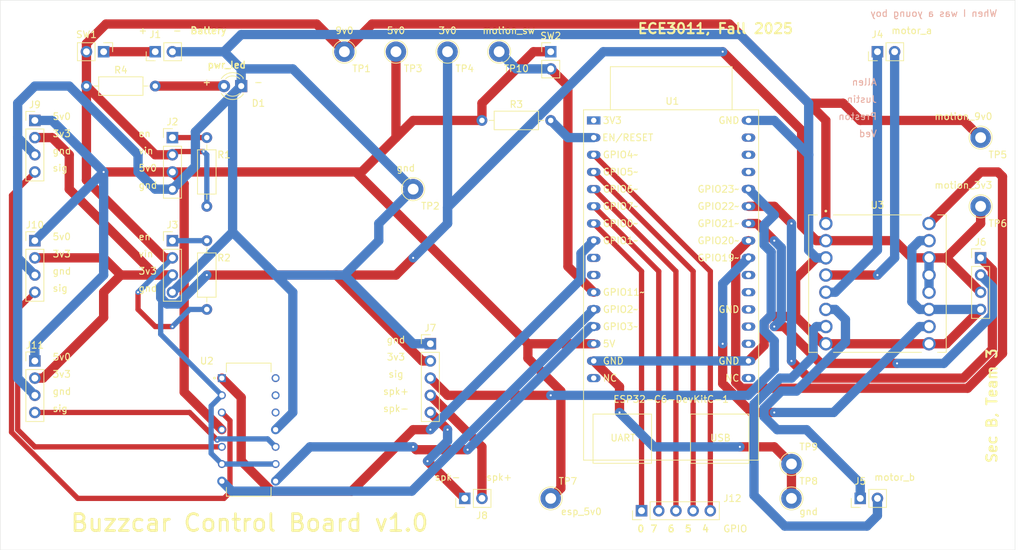
<source format=kicad_pcb>
(kicad_pcb (version 20240108) (generator "pcbnew") (generator_version "8.0")
  (layers (0 "F.Cu" signal) (31 "B.Cu" signal) (34 "B.Paste" user) (35 "F.Paste" user) (36 "B.SilkS" user "B.Silkscreen") (37 "F.SilkS" user "F.Silkscreen") (38 "B.Mask" user) (39 "F.Mask" user) (44 "Edge.Cuts" user))
  (net 0 "")
  (net 1 "GND")
  (net 2 "Net-(J1-Pin_1)")
  (net 3 "+9V")
  (net 4 "+5V")
  (net 5 "Net-(J2-Pin_1)")
  (net 6 "Net-(J3-Pin_1)")
  (net 7 "+3.3V")
  (net 8 "Net-(J4-Pin_1)")
  (net 9 "Net-(J4-Pin_2)")
  (net 10 "Net-(J5-Pin_2)")
  (net 11 "Net-(J5-Pin_1)")
  (net 12 "/i2c_scn_sda")
  (net 13 "/i2c_scn_scl")
  (net 14 "/spk_sig")
  (net 15 "/vo+")
  (net 16 "/vo-")
  (net 17 "Net-(U1-EN{slash}RESET)")
  (net 18 "Net-(U1-GPIO11)")
  (net 19 "Net-(J12-Pin_1)")
  (net 23 "Net-(J12-Pin_5)")
  (net 24 "Net-(J12-Pin_2)")
  (net 26 "/sens_b")
  (net 33 "/sens_a")
  (net 34 "Net-(J12-Pin_3)")
  (net 35 "/sens_c")
  (net 37 "Net-(J12-Pin_4)")
  (net 38 "/motor_a_pwm")
  (net 39 "/motor_b_pwm")
  (net 45 "Net-(D1-A)")
  (net 46 "/sig_c")
  (net 47 "/sig_b")
  (net 48 "/sig_a")
  (footprint "Connector_PinHeader_2.54mm:PinHeader_1x02_P2.54mm_Vertical" (layer "F.Cu") (at 88.9 88.9 90)
    (property "Reference" "J8")
    (property "Value" "8Ω Speaker")
  )
  (footprint "PCM_Espressif:ESP32-C6-DevKitC-1" (layer "F.Cu") (at 107.95 33.02)
    (property "Reference" "U1")
    (property "Value" "ESP32-C6-DevKitC-1")
  )
  (footprint "Connector_PinHeader_2.54mm:PinHeader_1x04_P2.54mm_Vertical" (layer "F.Cu") (at 25.4 33.02)
    (property "Reference" "J9")
    (property "Value" "Sensor_C")
  )
  (footprint "LED_THT:LED_D3.0mm" (layer "F.Cu") (at 55.88 27.94 180)
    (property "Reference" "D1")
    (property "Value" "LED_MAIN_PWR")
  )
  (footprint "Resistor_THT:R_Axial_DIN0207_L6.3mm_D2.5mm_P10.16mm_Horizontal" (layer "F.Cu") (at 33.02 27.94)
    (property "Reference" "R4")
    (property "Value" "560")
  )
  (footprint "MountingHole:MountingHole_3mm" (layer "F.Cu") (at 165.1 88.9)
    (property "Reference" "H3" (hide yes))
    (property "Value" "MountingHole")
  )
  (footprint "Connector_PinHeader_2.54mm:PinHeader_1x02_P2.54mm_Vertical" (layer "F.Cu") (at 101.6 22.86)
    (property "Reference" "SW2")
    (property "Value" "Motion_Sw")
  )
  (footprint "TestPoint:TestPoint_Loop_D2.60mm_Drill1.6mm_Beaded" (layer "F.Cu") (at 165.1 35.56)
    (property "Reference" "TP5")
    (property "Value" "motion_9v0")
  )
  (footprint "MountingHole:MountingHole_3mm" (layer "F.Cu") (at 165.1 22.86)
    (property "Reference" "H2" (hide yes))
    (property "Value" "MountingHole")
  )
  (footprint "LM324N:DIP794W45P254L1969H508Q14" (layer "F.Cu") (at 56.99 78.74)
    (property "Reference" "U2")
    (property "Value" "LM324N")
  )
  (footprint "Resistor_THT:R_Axial_DIN0207_L6.3mm_D2.5mm_P10.16mm_Horizontal" (layer "F.Cu") (at 50.8 60.96 90)
    (property "Reference" "R2")
    (property "Value" "55k")
  )
  (footprint "ROB-14450:MODULE_ROB-14450" (layer "F.Cu") (at 149.86 57.15)
    (property "Reference" "U3")
    (property "Value" "ROB-14450")
  )
  (footprint "MountingHole:MountingHole_3mm" (layer "F.Cu") (at 25.4 88.9)
    (property "Reference" "H4" (hide yes))
    (property "Value" "MountingHole")
  )
  (footprint "TestPoint:TestPoint_Loop_D2.60mm_Drill1.6mm_Beaded" (layer "F.Cu") (at 93.98 22.86)
    (property "Reference" "TP10")
    (property "Value" "motion_sw")
  )
  (footprint "Connector_PinHeader_2.54mm:PinHeader_1x04_P2.54mm_Vertical" (layer "F.Cu") (at 25.4 68.58)
    (property "Reference" "J11")
    (property "Value" "Sensor_A")
  )
  (footprint "TestPoint:TestPoint_Loop_D2.60mm_Drill1.6mm_Beaded" (layer "F.Cu") (at 165.1 45.72)
    (property "Reference" "TP6")
    (property "Value" "motion_3v3")
  )
  (footprint "TestPoint:TestPoint_Loop_D2.60mm_Drill1.6mm_Beaded" (layer "F.Cu") (at 78.74 22.86)
    (property "Reference" "TP3")
    (property "Value" "5v0")
  )
  (footprint "Connector_PinHeader_2.54mm:PinHeader_1x04_P2.54mm_Vertical" (layer "F.Cu") (at 45.72 50.8)
    (property "Reference" "J3")
    (property "Value" "3.3V Buck")
  )
  (footprint "Resistor_THT:R_Axial_DIN0207_L6.3mm_D2.5mm_P10.16mm_Horizontal" (layer "F.Cu") (at 91.44 33.02)
    (property "Reference" "R3")
    (property "Value" "1k")
  )
  (footprint "Connector_PinHeader_2.54mm:PinHeader_1x02_P2.54mm_Vertical" (layer "F.Cu") (at 35.56 22.86 -90)
    (property "Reference" "SW1")
    (property "Value" "Main Power")
  )
  (footprint "TestPoint:TestPoint_Loop_D2.60mm_Drill1.6mm_Beaded" (layer "F.Cu") (at 137.16 88.9)
    (property "Reference" "TP8")
    (property "Value" "control_gnd")
  )
  (footprint "Resistor_THT:R_Axial_DIN0207_L6.3mm_D2.5mm_P10.16mm_Horizontal" (layer "F.Cu") (at 50.8 45.72 90)
    (property "Reference" "R1")
    (property "Value" "55k")
  )
  (footprint "Connector_PinHeader_2.54mm:PinHeader_1x04_P2.54mm_Vertical" (layer "F.Cu") (at 165.1 53.34)
    (property "Reference" "J6")
    (property "Value" "Video GME12864")
  )
  (footprint "TestPoint:TestPoint_Loop_D2.60mm_Drill1.6mm_Beaded" (layer "F.Cu") (at 81.28 43.18)
    (property "Reference" "TP2")
    (property "Value" "GND_Test")
  )
  (footprint "TestPoint:TestPoint_Loop_D2.60mm_Drill1.6mm_Beaded" (layer "F.Cu") (at 101.6 88.9)
    (property "Reference" "TP7")
    (property "Value" "control_5v0")
  )
  (footprint "Connector_PinHeader_2.54mm:PinHeader_1x05_P2.54mm_Vertical" (layer "F.Cu") (at 83.82 66.04)
    (property "Reference" "J7")
    (property "Value" "Audio Amp PAM8904")
  )
  (footprint "TestPoint:TestPoint_Loop_D2.60mm_Drill1.6mm_Beaded" (layer "F.Cu") (at 137.16 83.82)
    (property "Reference" "TP9")
    (property "Value" "control_gnd2")
  )
  (footprint "Connector_PinHeader_2.54mm:PinHeader_1x02_P2.54mm_Vertical" (layer "F.Cu") (at 43.18 22.86 90)
    (property "Reference" "J1")
    (property "Value" "9V Battery Cap")
  )
  (footprint "Connector_PinHeader_2.54mm:PinHeader_1x02_P2.54mm_Vertical" (layer "F.Cu") (at 149.86 22.86 90)
    (property "Reference" "J4")
    (property "Value" "Motor_A")
  )
  (footprint "MountingHole:MountingHole_3mm" (layer "F.Cu") (at 25.4 22.86)
    (property "Reference" "H1" (hide yes))
    (property "Value" "MountingHole")
  )
  (footprint "Connector_PinHeader_2.54mm:PinHeader_1x05_P2.54mm_Vertical" (layer "F.Cu") (at 115.015 90.725 90)
    (property "Reference" "J12")
    (property "Value" "Safety")
  )
  (footprint "TestPoint:TestPoint_Loop_D2.60mm_Drill1.6mm_Beaded" (layer "F.Cu") (at 71.12 22.86)
    (property "Reference" "TP1")
    (property "Value" "Power_Test")
  )
  (footprint "Connector_PinHeader_2.54mm:PinHeader_1x02_P2.54mm_Vertical" (layer "F.Cu") (at 147.32 88.9 90)
    (property "Reference" "J5")
    (property "Value" "Motor_B")
  )
  (footprint "Connector_PinHeader_2.54mm:PinHeader_1x04_P2.54mm_Vertical" (layer "F.Cu") (at 25.4 50.8)
    (property "Reference" "J10")
    (property "Value" "Sensor_B")
  )
  (footprint "Connector_PinHeader_2.54mm:PinHeader_1x04_P2.54mm_Vertical" (layer "F.Cu") (at 45.72 35.56)
    (property "Reference" "J2")
    (property "Value" "5V Buck")
  )
  (footprint "TestPoint:TestPoint_Loop_D2.60mm_Drill1.6mm_Beaded" (layer "F.Cu") (at 86.36 22.86)
    (property "Reference" "TP4")
    (property "Value" "3v3")
  )
  (gr_rect (start 20.32 15.24) (end 170.18 96.52) (stroke (width 0.05)) (fill none) (layer "Edge.Cuts"))
  (gr_text "When I was a young boy" (at 167.64 17.78 0) (layer "B.SilkS") (effects (font (size 1 1)) (justify left bottom mirror)))
  (gr_text "Preston" (at 149.86 33.02 0) (layer "B.SilkS") (effects (font (size 1 1)) (justify left bottom mirror)))
  (gr_text "Allen" (at 149.86 27.94 0) (layer "B.SilkS") (effects (font (size 1 1)) (justify left bottom mirror)))
  (gr_text "Ved" (at 149.86 35.56 0) (layer "B.SilkS") (effects (font (size 1 1)) (justify left bottom mirror)))
  (gr_text "Justin" (at 149.86 30.48 0) (layer "B.SilkS") (effects (font (size 1 1)) (justify left bottom mirror)))
  (gr_text "-" (at 45.72 20.32 0) (layer "F.SilkS") (effects (font (size 1 1)) (justify left bottom)))
  (gr_text "5v0" (at 27.94 50.8 0) (layer "F.SilkS") (effects (font (size 1 1)) (justify left bottom)))
  (gr_text "sig\n" (at 27.94 58.42 0) (layer "F.SilkS") (effects (font (size 1 1) (thickness 0.15) (bold yes)) (justify left bottom)))
  (gr_text "Sec B, Team 3" (at 167.64 83.82 90) (layer "F.SilkS") (effects (font (size 1.5 1.5) (thickness 0.3) (bold yes)) (justify left bottom)))
  (gr_text "sig" (at 78.74 71.12 0) (layer "F.SilkS") (effects (font (size 1 1)) (justify bottom)))
  (gr_text "motion_9v0" (at 162.56 33.02 0) (layer "F.SilkS") (effects (font (size 1 1)) (justify bottom)))
  (gr_text "5" (at 121.92 93.98 0) (layer "F.SilkS") (effects (font (size 1 1) (thickness 0.2) (bold yes)) (justify bottom)))
  (gr_text "3v0" (at 86.36 20.32 0) (layer "F.SilkS") (effects (font (size 1 1)) (justify bottom)))
  (gr_text "3v3" (at 27.94 53.34 0) (layer "F.SilkS") (effects (font (size 1 1)) (justify left bottom)))
  (gr_text "5v0" (at 78.74 20.32 0) (layer "F.SilkS") (effects (font (size 1 1)) (justify bottom)))
  (gr_text "vin" (at 40.64 53.34 0) (layer "F.SilkS") (effects (font (size 1 1)) (justify left bottom)))
  (gr_text "gnd" (at 139.7 91.44 0) (layer "F.SilkS") (effects (font (size 1 1)) (justify bottom)))
  (gr_text "spk-\n" (at 86.36 86.36 0) (layer "F.SilkS") (effects (font (size 1 1)) (justify bottom)))
  (gr_text "motion_sw" (at 91.44 20.32 0) (layer "F.SilkS") (effects (font (size 1 1)) (justify left bottom)))
  (gr_text "0" (at 114.3 93.98 0) (layer "F.SilkS") (effects (font (size 1 1) (thickness 0.2) (bold yes)) (justify left bottom)))
  (gr_text "+" (at 50.8 27.94 0) (layer "F.SilkS") (effects (font (size 1 1)) (justify bottom)))
  (gr_text "esp_5v0" (at 109.22 91.44 0) (layer "F.SilkS") (effects (font (size 1 1)) (justify right bottom)))
  (gr_text "5v0" (at 27.94 68.58 0) (layer "F.SilkS") (effects (font (size 1 1)) (justify left bottom)))
  (gr_text "3v3" (at 78.74 68.58 0) (layer "F.SilkS") (effects (font (size 1 1)) (justify bottom)))
  (gr_text "+" (at 40.64 20.32 0) (layer "F.SilkS") (effects (font (size 1 1)) (justify left bottom)))
  (gr_text "Buzzcar Control Board v1.0" (at 30.48 93.98 0) (layer "F.SilkS") (effects (font (size 2.5 2.5) (thickness 0.4)) (justify left bottom)))
  (gr_text "spk+" (at 78.74 73.66 0) (layer "F.SilkS") (effects (font (size 1 1)) (justify bottom)))
  (gr_text "5v0" (at 40.64 40.64 0) (layer "F.SilkS") (effects (font (size 1 1)) (justify left bottom)))
  (gr_text "vin" (at 40.64 38.1 0) (layer "F.SilkS") (effects (font (size 1 1)) (justify left bottom)))
  (gr_text "3v3" (at 27.94 71.12 0) (layer "F.SilkS") (effects (font (size 1 1)) (justify left bottom)))
  (gr_text "7" (at 116.84 93.98 0) (layer "F.SilkS") (effects (font (size 1 1) (thickness 0.2) (bold yes)) (justify bottom)))
  (gr_text "4" (at 124.46 93.98 0) (layer "F.SilkS") (effects (font (size 1 1) (thickness 0.2) (bold yes)) (justify bottom)))
  (gr_text "spk+" (at 93.98 86.36 0) (layer "F.SilkS") (effects (font (size 1 1)) (justify bottom)))
  (gr_text "3v3" (at 40.64 55.88 0) (layer "F.SilkS") (effects (font (size 1 1)) (justify left bottom)))
  (gr_text "motion_3v3" (at 162.56 43.18 0) (layer "F.SilkS") (effects (font (size 1 1)) (justify bottom)))
  (gr_text "en" (at 40.64 50.8 0) (layer "F.SilkS") (effects (font (size 1 1)) (justify left bottom)))
  (gr_text "motor_b" (at 152.4 86.36 0) (layer "F.SilkS") (effects (font (size 1 1)) (justify bottom)))
  (gr_text "gnd" (at 78.74 66.04 0) (layer "F.SilkS") (effects (font (size 1 1)) (justify bottom)))
  (gr_text "gnd" (at 27.94 73.66 0) (layer "F.SilkS") (effects (font (size 1 1)) (justify left bottom)))
  (gr_text "3v3" (at 27.94 35.56 0) (layer "F.SilkS") (effects (font (size 1 1)) (justify left bottom)))
  (gr_text "pwr_led" (at 50.8 25.4 0) (layer "F.SilkS") (effects (font (size 1 1) (thickness 0.2) (bold yes)) (justify left bottom)))
  (gr_text "gnd" (at 27.94 55.88 0) (layer "F.SilkS") (effects (font (size 1 1)) (justify left bottom)))
  (gr_text "gnd" (at 40.64 43.18 0) (layer "F.SilkS") (effects (font (size 1 1) (thickness 0.15) (bold yes)) (justify left bottom)))
  (gr_text "sig\n" (at 27.94 40.64 0) (layer "F.SilkS") (effects (font (size 1 1) (thickness 0.15) (bold yes)) (justify left bottom)))
  (gr_text "gnd" (at 40.64 58.42 0) (layer "F.SilkS") (effects (font (size 1 1) (thickness 0.15) (bold yes)) (justify left bottom)))
  (gr_text "en" (at 40.64 35.56 0) (layer "F.SilkS") (effects (font (size 1 1)) (justify left bottom)))
  (gr_text "gnd" (at 27.94 38.1 0) (layer "F.SilkS") (effects (font (size 1 1)) (justify left bottom)))
  (gr_text "5v0" (at 27.94 33.02 0) (layer "F.SilkS") (effects (font (size 1 1)) (justify left bottom)))
  (gr_text "sig\n" (at 27.94 76.2 0) (layer "F.SilkS") (effects (font (size 1 1) (thickness 0.15) (bold yes)) (justify left bottom)))
  (gr_text "-" (at 58.42 27.94 0) (layer "F.SilkS") (effects (font (size 1 1)) (justify bottom)))
  (gr_text "GPIO" (at 127 93.98 0) (layer "F.SilkS") (effects (font (size 1 1)) (justify left bottom)))
  (gr_text "9v0" (at 71.12 20.32 0) (layer "F.SilkS") (effects (font (size 1 1)) (justify bottom)))
  (gr_text "spk-" (at 78.74 76.2 0) (layer "F.SilkS") (effects (font (size 1 1)) (justify bottom)))
  (gr_text "ECE3011, Fall 2025" (at 114.3 20.32 0) (layer "F.SilkS") (effects (font (size 1.5 1.5) (thickness 0.3) (bold yes)) (justify left bottom)))
  (gr_text "gnd" (at 78.74 40.64 0) (layer "F.SilkS") (effects (font (size 1 1)) (justify left bottom)))
  (gr_text "6" (at 119.38 93.98 0) (layer "F.SilkS") (effects (font (size 1 1) (thickness 0.2) (bold yes)) (justify bottom)))
  (gr_text "Battery" (at 48.26 20.32 0) (layer "F.SilkS") (effects (font (size 1 1) (thickness 0.2) (bold yes)) (justify left bottom)))
  (gr_text "motor_a" (at 154.94 20.32 0) (layer "F.SilkS") (effects (font (size 1 1)) (justify bottom)))
  (segment (start 160.02 66.04) (end 165.1 60.96) (width 1.37) (layer "F.Cu") (net 1))
  (segment (start 137.780078 62.003) (end 137.780078 56.399851) (width 1.37) (layer "F.Cu") (net 1))
  (segment (start 133.999922 62.003) (end 137.780078 62.003) (width 1.37) (layer "F.Cu") (net 1))
  (segment (start 137.780078 62.003) (end 141.817078 66.04) (width 1.37) (layer "F.Cu") (net 1))
  (segment (start 140.839929 53.34) (end 142.24 53.34) (width 1.37) (layer "F.Cu") (net 1))
  (segment (start 133.123 66.267) (end 133.123 62.879922) (width 1.37) (layer "F.Cu") (net 1))
  (segment (start 134.62 81.28) (end 137.16 83.82) (width 1.37) (layer "F.Cu") (net 1))
  (segment (start 137.780078 56.399851) (end 140.839929 53.34) (width 1.37) (layer "F.Cu") (net 1))
  (segment (start 130.81 68.58) (end 133.123 66.267) (width 1.37) (layer "F.Cu") (net 1))
  (segment (start 141.817078 66.04) (end 142.24 66.04) (width 1.37) (layer "F.Cu") (net 1))
  (segment (start 129.54 81.28) (end 134.62 81.28) (width 1.37) (layer "F.Cu") (net 1))
  (segment (start 157.48 66.04) (end 160.02 66.04) (width 1.37) (layer "F.Cu") (net 1))
  (segment (start 133.123 62.879922) (end 133.999922 62.003) (width 1.37) (layer "F.Cu") (net 1))
  (segment (start 111.76 76.2) (end 111.76 72.39) (width 1.37) (layer "F.Cu") (net 1))
  (segment (start 137.16 83.82) (end 137.16 88.9) (width 1.37) (layer "F.Cu") (net 1))
  (segment (start 142.24 66.04) (end 157.48 66.04) (width 1.37) (layer "F.Cu") (net 1))
  (segment (start 111.76 72.39) (end 107.95 68.58) (width 1.37) (layer "F.Cu") (net 1))
  (via (at 129.54 81.28) (size 0.6) (drill 0.3) (layers "F.Cu" "B.Cu") (net 1))
  (via (at 111.76 76.2) (size 0.6) (drill 0.3) (layers "F.Cu" "B.Cu") (net 1))
  (segment (start 60.96 78.74) (end 63.5 76.2) (width 1.37) (layer "B.Cu") (net 1))
  (segment (start 139.7 30.48) (end 129.54 20.32) (width 1.37) (layer "B.Cu") (net 1))
  (segment (start 30.48 27.94) (end 40.64 38.1) (width 1.37) (layer "B.Cu") (net 1))
  (segment (start 54.61 49.53) (end 45.72 58.42) (width 1.37) (layer "B.Cu") (net 1))
  (segment (start 22.86 35.56) (end 22.86 53.34) (width 1.37) (layer "B.Cu") (net 1))
  (segment (start 76.2 50.8) (end 76.2 48.26) (width 1.37) (layer "B.Cu") (net 1))
  (segment (start 157.48 50.8) (end 156.079929 50.8) (width 1.37) (layer "B.Cu") (net 1))
  (segment (start 71.12 55.88) (end 76.2 50.8) (width 1.37) (layer "B.Cu") (net 1))
  (segment (start 165.1 60.96) (end 157.48 60.96) (width 1.37) (layer "B.Cu") (net 1))
  (segment (start 139.7 38.1) (end 139.7 30.48) (width 1.37) (layer "B.Cu") (net 1))
  (segment (start 55.88 27.94) (end 54.61 29.21) (width 1.37) (layer "B.Cu") (net 1))
  (segment (start 40.64 40.64) (end 43.18 43.18) (width 1.37) (layer "B.Cu") (net 1))
  (segment (start 22.86 30.48) (end 22.86 35.56) (width 1.37) (layer "B.Cu") (net 1))
  (segment (start 45.72 22.86) (end 53.34 22.86) (width 1.37) (layer "B.Cu") (net 1))
  (segment (start 81.28 66.04) (end 71.12 55.88) (width 1.37) (layer "B.Cu") (net 1))
  (segment (start 81.28 43.18) (end 63.5 25.4) (width 1.37) (layer "B.Cu") (net 1))
  (segment (start 22.86 35.56) (end 25.4 38.1) (width 1.37) (layer "B.Cu") (net 1))
  (segment (start 139.7 52.200071) (end 139.7 38.1) (width 1.37) (layer "B.Cu") (net 1))
  (segment (start 22.86 53.34) (end 25.4 55.88) (width 1.37) (layer "B.Cu") (net 1))
  (segment (start 154.94 59.820071) (end 156.079929 60.96) (width 1.37) (layer "B.Cu") (net 1))
  (segment (start 129.54 81.28) (end 116.84 81.28) (width 1.37) (layer "B.Cu") (net 1))
  (segment (start 83.82 66.04) (end 81.28 66.04) (width 1.37) (layer "B.Cu") (net 1))
  (segment (start 140.839929 53.34) (end 139.7 52.200071) (width 1.37) (layer "B.Cu") (net 1))
  (segment (start 156.079929 50.8) (end 154.94 51.939929) (width 1.37) (layer "B.Cu") (net 1))
  (segment (start 60.96 55.88) (end 59.69 54.61) (width 1.37) (layer "B.Cu") (net 1))
  (segment (start 68.58 55.88) (end 71.12 55.88) (width 1.37) (layer "B.Cu") (net 1))
  (segment (start 63.5 76.2) (end 63.5 58.42) (width 1.37) (layer "B.Cu") (net 1))
  (segment (start 49.115 39.785) (end 45.72 43.18) (width 1.37) (layer "B.Cu") (net 1))
  (segment (start 107.95 68.58) (end 130.81 68.58) (width 1.37) (layer "B.Cu") (net 1))
  (segment (start 55.88 20.32) (end 53.34 22.86) (width 1.37) (layer "B.Cu") (net 1))
  (segment (start 49.115 34.705) (end 49.115 39.785) (width 1.37) (layer "B.Cu") (net 1))
  (segment (start 134.62 33.02) (end 139.7 38.1) (width 1.37) (layer "B.Cu") (net 1))
  (segment (start 30.48 27.94) (end 25.4 27.94) (width 1.37) (layer "B.Cu") (net 1))
  (segment (start 40.64 38.1) (end 40.64 40.64) (width 1.37) (layer "B.Cu") (net 1))
  (segment (start 59.69 54.61) (end 54.61 49.53) (width 1.37) (layer "B.Cu") (net 1))
  (segment (start 130.81 33.02) (end 134.62 33.02) (width 1.37) (layer "B.Cu") (net 1))
  (segment (start 54.61 29.21) (end 54.61 49.53) (width 1.37) (layer "B.Cu") (net 1))
  (segment (start 25.4 27.94) (end 22.86 30.48) (width 1.37) (layer "B.Cu") (net 1))
  (segment (start 156.079929 60.96) (end 157.48 60.96) (width 1.37) (layer "B.Cu") (net 1))
  (segment (start 129.54 20.32) (end 55.88 20.32) (width 1.37) (layer "B.Cu") (net 1))
  (segment (start 142.24 53.34) (end 140.839929 53.34) (width 1.37) (layer "B.Cu") (net 1))
  (segment (start 63.5 58.42) (end 59.69 54.61) (width 1.37) (layer "B.Cu") (net 1))
  (segment (start 76.2 48.26) (end 81.28 43.18) (width 1.37) (layer "B.Cu") (net 1))
  (segment (start 154.94 51.939929) (end 154.94 59.820071) (width 1.37) (layer "B.Cu") (net 1))
  (segment (start 22.86 71.12) (end 25.4 73.66) (width 1.37) (layer "B.Cu") (net 1))
  (segment (start 43.18 43.18) (end 45.72 43.18) (width 1.37) (layer "B.Cu") (net 1))
  (segment (start 55.88 27.94) (end 49.115 34.705) (width 1.37) (layer "B.Cu") (net 1))
  (segment (start 53.34 22.86) (end 55.88 25.4) (width 1.37) (layer "B.Cu") (net 1))
  (segment (start 63.5 25.4) (end 55.88 25.4) (width 1.37) (layer "B.Cu") (net 1))
  (segment (start 22.86 53.34) (end 22.86 71.12) (width 1.37) (layer "B.Cu") (net 1))
  (segment (start 68.58 55.88) (end 60.96 55.88) (width 1.37) (layer "B.Cu") (net 1))
  (segment (start 116.84 81.28) (end 111.76 76.2) (width 1.37) (layer "B.Cu") (net 1))
  (segment (start 55.88 25.4) (end 55.88 27.94) (width 1.37) (layer "B.Cu") (net 1))
  (segment (start 35.56 22.86) (end 43.18 22.86) (width 1.37) (layer "F.Cu") (net 2))
  (segment (start 40.64 60.96) (end 40.64 58.42) (width 0.78) (layer "F.Cu") (net 3))
  (segment (start 35.912919 18.765) (end 67.025 18.765) (width 1.37) (layer "F.Cu") (net 3))
  (segment (start 44.517919 53.34) (end 45.72 53.34) (width 1.37) (layer "F.Cu") (net 3))
  (segment (start 50.317 37.617) (end 46.203 37.617) (width 0.78) (layer "F.Cu") (net 3))
  (segment (start 33.02 27.94) (end 43.18 38.1) (width 1.37) (layer "F.Cu") (net 3))
  (segment (start 33.02 41.842081) (end 44.517919 53.34) (width 1.37) (layer "F.Cu") (net 3))
  (segment (start 33.02 21.657919) (end 35.912919 18.765) (width 1.37) (layer "F.Cu") (net 3))
  (segment (start 139.7 30.48) (end 142.24 33.02) (width 1.37) (layer "F.Cu") (net 3))
  (segment (start 67.025 18.765) (end 71.12 22.86) (width 1.37) (layer "F.Cu") (net 3))
  (segment (start 33.02 27.94) (end 33.02 41.842081) (width 1.37) (layer "F.Cu") (net 3))
  (segment (start 75.215 18.765) (end 127.985 18.765) (width 1.37) (layer "F.Cu") (net 3))
  (segment (start 139.7 30.48) (end 144.78 30.48) (width 1.37) (layer "F.Cu") (net 3))
  (segment (start 142.24 48.26) (end 142.24 33.02) (width 1.37) (layer "F.Cu") (net 3))
  (segment (start 46.203 37.617) (end 45.72 38.1) (width 0.78) (layer "F.Cu") (net 3))
  (segment (start 162.56 33.02) (end 165.1 35.56) (width 1.37) (layer "F.Cu") (net 3))
  (segment (start 33.02 22.86) (end 33.02 27.94) (width 1.37) (layer "F.Cu") (net 3))
  (segment (start 144.78 30.48) (end 147.32 33.02) (width 1.37) (layer "F.Cu") (net 3))
  (segment (start 43.18 63.5) (end 40.64 60.96) (width 0.78) (layer "F.Cu") (net 3))
  (segment (start 33.02 22.86) (end 33.02 21.657919) (width 1.37) (layer "F.Cu") (net 3))
  (segment (start 127.985 18.765) (end 139.7 30.48) (width 1.37) (layer "F.Cu") (net 3))
  (segment (start 45.72 63.5) (end 43.18 63.5) (width 0.78) (layer "F.Cu") (net 3))
  (segment (start 43.18 38.1) (end 45.72 38.1) (width 1.37) (layer "F.Cu") (net 3))
  (segment (start 71.12 22.86) (end 75.215 18.765) (width 1.37) (layer "F.Cu") (net 3))
  (segment (start 147.32 33.02) (end 162.56 33.02) (width 1.37) (layer "F.Cu") (net 3))
  (via (at 50.317 37.617) (size 0.6) (drill 0.3) (layers "F.Cu" "B.Cu") (net 3))
  (via (at 40.64 58.42) (size 0.6) (drill 0.3) (layers "F.Cu" "B.Cu") (net 3))
  (via (at 45.72 63.5) (size 0.6) (drill 0.3) (layers "F.Cu" "B.Cu") (net 3))
  (segment (start 50.8 45.72) (end 50.8 38.1) (width 0.78) (layer "B.Cu") (net 3))
  (segment (start 40.64 58.42) (end 45.72 53.34) (width 0.78) (layer "B.Cu") (net 3))
  (segment (start 50.8 60.96) (end 48.26 60.96) (width 0.78) (layer "B.Cu") (net 3))
  (segment (start 50.8 38.1) (end 50.317 37.617) (width 0.78) (layer "B.Cu") (net 3))
  (segment (start 48.26 60.96) (end 45.72 63.5) (width 0.78) (layer "B.Cu") (net 3))
  (segment (start 98.2271 66.04) (end 98.2271 68.170022) (width 1.37) (layer "F.Cu") (net 4))
  (segment (start 45.72 40.64) (end 72.8271 40.64) (width 1.37) (layer "F.Cu") (net 4))
  (segment (start 45.72 40.64) (end 47.455 42.375) (width 1.37) (layer "F.Cu") (net 4))
  (segment (start 47.455 73.175) (end 53.02 78.74) (width 1.37) (layer "F.Cu") (net 4))
  (segment (start 91.44 30.48) (end 99.06 22.86) (width 1.37) (layer "F.Cu") (net 4))
  (segment (start 47.455 42.375) (end 47.455 73.175) (width 1.37) (layer "F.Cu") (net 4))
  (segment (start 78.74 35.56) (end 81.28 33.02) (width 1.37) (layer "F.Cu") (net 4))
  (segment (start 91.44 33.02) (end 91.44 30.48) (width 1.37) (layer "F.Cu") (net 4))
  (segment (start 98.2271 66.04) (end 107.95 66.04) (width 1.37) (layer "F.Cu") (net 4))
  (segment (start 72.8271 40.64) (end 73.66 40.64) (width 1.37) (layer "F.Cu") (net 4))
  (segment (start 98.2271 68.170022) (end 103.097 73.039922) (width 1.37) (layer "F.Cu") (net 4))
  (segment (start 81.28 33.02) (end 91.44 33.02) (width 1.37) (layer "F.Cu") (net 4))
  (segment (start 73.66 40.64) (end 78.74 35.56) (width 1.37) (layer "F.Cu") (net 4))
  (segment (start 72.8271 40.64) (end 98.2271 66.04) (width 1.37) (layer "F.Cu") (net 4))
  (segment (start 99.06 22.86) (end 101.6 22.86) (width 1.37) (layer "F.Cu") (net 4))
  (segment (start 45.72 40.64) (end 35.56 40.64) (width 1.37) (layer "F.Cu") (net 4))
  (segment (start 103.097 87.403) (end 101.6 88.9) (width 1.37) (layer "F.Cu") (net 4))
  (segment (start 103.097 73.039922) (end 103.097 87.403) (width 1.37) (layer "F.Cu") (net 4))
  (segment (start 78.74 35.56) (end 78.74 22.86) (width 1.37) (layer "F.Cu") (net 4))
  (via (at 35.56 40.64) (size 0.6) (drill 0.3) (layers "F.Cu" "B.Cu") (net 4))
  (segment (start 27.94 33.02) (end 25.4 33.02) (width 1.37) (layer "B.Cu") (net 4))
  (segment (start 35.56 40.64) (end 27.94 33.02) (width 1.37) (layer "B.Cu") (net 4))
  (segment (start 25.4 66.04) (end 25.4 68.58) (width 1.37) (layer "B.Cu") (net 4))
  (segment (start 35.56 40.64) (end 25.4 50.8) (width 1.37) (layer "B.Cu") (net 4))
  (segment (start 35.56 40.64) (end 35.56 55.88) (width 1.37) (layer "B.Cu") (net 4))
  (segment (start 35.56 55.88) (end 25.4 66.04) (width 1.37) (layer "B.Cu") (net 4))
  (segment (start 45.72 35.56) (end 50.8 35.56) (width 0.78) (layer "F.Cu") (net 5))
  (segment (start 50.8 50.8) (end 45.72 50.8) (width 0.78) (layer "B.Cu") (net 6))
  (segment (start 35.56 53.34) (end 25.4 53.34) (width 1.37) (layer "F.Cu") (net 7))
  (segment (start 138.657 34.517) (end 138.657 48.617071) (width 1.37) (layer "F.Cu") (net 7))
  (segment (start 38.1 55.88) (end 35.56 58.42) (width 1.37) (layer "F.Cu") (net 7))
  (segment (start 165.1 48.26) (end 165.1 45.72) (width 1.37) (layer "F.Cu") (net 7))
  (segment (start 43.18 55.88) (end 30.48 43.18) (width 1.37) (layer "F.Cu") (net 7))
  (segment (start 127 22.86) (end 138.657 34.517) (width 1.37) (layer "F.Cu") (net 7))
  (segment (start 27.94 35.56) (end 25.4 35.56) (width 1.37) (layer "F.Cu") (net 7))
  (segment (start 140.839929 50.8) (end 142.24 50.8) (width 1.37) (layer "F.Cu") (net 7))
  (segment (start 45.72 55.88) (end 43.18 55.88) (width 1.37) (layer "F.Cu") (net 7))
  (segment (start 35.56 58.42) (end 35.56 62.162081) (width 1.37) (layer "F.Cu") (net 7))
  (segment (start 45.72 55.88) (end 38.1 55.88) (width 1.37) (layer "F.Cu") (net 7))
  (segment (start 69.917919 55.88) (end 78.74 55.88) (width 1.37) (layer "F.Cu") (net 7))
  (segment (start 160.02 53.34) (end 165.1 48.26) (width 1.37) (layer "F.Cu") (net 7))
  (segment (start 157.48 53.34) (end 160.02 53.34) (width 1.37) (layer "F.Cu") (net 7))
  (segment (start 157.48 53.34) (end 154.94 53.34) (width 1.37) (layer "F.Cu") (net 7))
  (segment (start 152.4 50.8) (end 142.24 50.8) (width 1.37) (layer "F.Cu") (net 7))
  (segment (start 82.617919 68.58) (end 83.82 68.58) (width 1.37) (layer "F.Cu") (net 7))
  (segment (start 26.602081 71.12) (end 25.4 71.12) (width 1.37) (layer "F.Cu") (net 7))
  (segment (start 69.917919 55.88) (end 82.617919 68.58) (width 1.37) (layer "F.Cu") (net 7))
  (segment (start 160.02 53.34) (end 165.1 58.42) (width 1.37) (layer "F.Cu") (net 7))
  (segment (start 50.8 55.88) (end 69.917919 55.88) (width 1.37) (layer "F.Cu") (net 7))
  (segment (start 154.94 53.34) (end 152.4 50.8) (width 1.37) (layer "F.Cu") (net 7))
  (segment (start 78.74 55.88) (end 81.28 53.34) (width 1.37) (layer "F.Cu") (net 7))
  (segment (start 30.48 43.18) (end 30.48 38.1) (width 1.37) (layer "F.Cu") (net 7))
  (segment (start 138.657 48.617071) (end 140.839929 50.8) (width 1.37) (layer "F.Cu") (net 7))
  (segment (start 35.56 62.162081) (end 26.602081 71.12) (width 1.37) (layer "F.Cu") (net 7))
  (segment (start 38.1 55.88) (end 35.56 53.34) (width 1.37) (layer "F.Cu") (net 7))
  (segment (start 30.48 38.1) (end 27.94 35.56) (width 1.37) (layer "F.Cu") (net 7))
  (via (at 127 22.86) (size 0.6) (drill 0.3) (layers "F.Cu" "B.Cu") (net 7))
  (via (at 81.28 53.34) (size 0.6) (drill 0.3) (layers "F.Cu" "B.Cu") (net 7))
  (via (at 50.8 55.88) (size 0.6) (drill 0.3) (layers "F.Cu" "B.Cu") (net 7))
  (segment (start 86.36 48.26) (end 86.36 22.86) (width 1.37) (layer "B.Cu") (net 7))
  (segment (start 43.985 58.42) (end 43.985 59.225) (width 1.37) (layer "B.Cu") (net 7))
  (segment (start 60.96 83.82) (end 53.02 83.82) (width 0.78) (layer "B.Cu") (net 7))
  (segment (start 53.02 73.66) (end 43.985 64.625) (width 0.78) (layer "B.Cu") (net 7))
  (segment (start 86.36 45.87705) (end 109.37705 22.86) (width 1.37) (layer "B.Cu") (net 7))
  (segment (start 51.442151 82.242151) (end 51.442151 75.237849) (width 0.78) (layer "B.Cu") (net 7))
  (segment (start 157.48 55.88) (end 157.48 58.42) (width 1.37) (layer "B.Cu") (net 7))
  (segment (start 53.02 83.82) (end 51.442151 82.242151) (width 0.78) (layer "B.Cu") (net 7))
  (segment (start 86.36 48.26) (end 86.36 45.87705) (width 1.37) (layer "B.Cu") (net 7))
  (segment (start 43.985 57.615) (end 43.985 58.42) (width 1.37) (layer "B.Cu") (net 7))
  (segment (start 46.525 60.155) (end 50.8 55.88) (width 1.37) (layer "B.Cu") (net 7))
  (segment (start 43.985 59.225) (end 44.915 60.155) (width 1.37) (layer "B.Cu") (net 7))
  (segment (start 45.72 55.88) (end 43.985 57.615) (width 1.37) (layer "B.Cu") (net 7))
  (segment (start 43.985 64.625) (end 43.985 58.42) (width 0.78) (layer "B.Cu") (net 7))
  (segment (start 81.28 53.34) (end 86.36 48.26) (width 1.37) (layer "B.Cu") (net 7))
  (segment (start 157.48 53.34) (end 157.48 55.88) (width 1.37) (layer "B.Cu") (net 7))
  (segment (start 51.442151 75.237849) (end 53.02 73.66) (width 0.78) (layer "B.Cu") (net 7))
  (segment (start 44.915 60.155) (end 46.525 60.155) (width 1.37) (layer "B.Cu") (net 7))
  (segment (start 109.37705 22.86) (end 127 22.86) (width 1.37) (layer "B.Cu") (net 7))
  (segment (start 143.640071 58.42) (end 142.24 58.42) (width 1.37) (layer "B.Cu") (net 8))
  (segment (start 149.86 52.200071) (end 143.640071 58.42) (width 1.37) (layer "B.Cu") (net 8))
  (segment (start 149.86 22.86) (end 149.86 52.200071) (width 1.37) (layer "B.Cu") (net 8))
  (segment (start 149.86 55.88) (end 142.24 55.88) (width 1.37) (layer "F.Cu") (net 9))
  (via (at 149.86 55.88) (size 0.6) (drill 0.3) (layers "F.Cu" "B.Cu") (net 9))
  (segment (start 152.4 53.34) (end 149.86 55.88) (width 1.37) (layer "B.Cu") (net 9))
  (segment (start 152.4 22.86) (end 152.4 53.34) (width 1.37) (layer "B.Cu") (net 9))
  (segment (start 137.16 71.12) (end 135.465844 71.12) (width 1.37) (layer "B.Cu") (net 10))
  (segment (start 148.305 92.995) (end 149.86 91.44) (width 1.37) (layer "B.Cu") (net 10))
  (segment (start 135.465844 71.12) (end 131.626 74.959844) (width 1.37) (layer "B.Cu") (net 10))
  (segment (start 131.626 88.446) (end 136.175 92.995) (width 1.37) (layer "B.Cu") (net 10))
  (segment (start 149.86 91.44) (end 149.86 88.9) (width 1.37) (layer "B.Cu") (net 10))
  (segment (start 136.175 92.995) (end 148.305 92.995) (width 1.37) (layer "B.Cu") (net 10))
  (segment (start 140.365 63.974929) (end 140.365 67.915) (width 1.37) (layer "B.Cu") (net 10))
  (segment (start 140.365 67.915) (end 137.16 71.12) (width 1.37) (layer "B.Cu") (net 10))
  (segment (start 140.839929 63.5) (end 140.365 63.974929) (width 1.37) (layer "B.Cu") (net 10))
  (segment (start 131.626 74.959844) (end 131.626 88.446) (width 1.37) (layer "B.Cu") (net 10))
  (segment (start 142.24 63.5) (end 140.839929 63.5) (width 1.37) (layer "B.Cu") (net 10))
  (segment (start 143.640071 60.96) (end 142.24 60.96) (width 1.37) (layer "B.Cu") (net 11))
  (segment (start 135.663 73.039922) (end 137.891729 73.039922) (width 1.37) (layer "B.Cu") (net 11))
  (segment (start 133.123 76.820078) (end 133.123 75.579922) (width 1.37) (layer "B.Cu") (net 11))
  (segment (start 147.32 88.9) (end 147.32 86.68) (width 1.37) (layer "B.Cu") (net 11))
  (segment (start 137.891729 73.039922) (end 145.137071 65.79458) (width 1.37) (layer "B.Cu") (net 11))
  (segment (start 139.38 78.74) (end 135.042922 78.74) (width 1.37) (layer "B.Cu") (net 11))
  (segment (start 135.042922 78.74) (end 133.123 76.820078) (width 1.37) (layer "B.Cu") (net 11))
  (segment (start 145.137071 65.79458) (end 145.137071 62.457) (width 1.37) (layer "B.Cu") (net 11))
  (segment (start 145.137071 62.457) (end 143.640071 60.96) (width 1.37) (layer "B.Cu") (net 11))
  (segment (start 133.123 75.579922) (end 135.663 73.039922) (width 1.37) (layer "B.Cu") (net 11))
  (segment (start 147.32 86.68) (end 139.38 78.74) (width 1.37) (layer "B.Cu") (net 11))
  (segment (start 134.62 45.72) (end 130.81 45.72) (width 1.37) (layer "F.Cu") (net 12))
  (segment (start 162.56 71.12) (end 139.7 71.12) (width 1.37) (layer "F.Cu") (net 12))
  (segment (start 137.16 48.26) (end 134.62 45.72) (width 1.37) (layer "F.Cu") (net 12))
  (segment (start 166.835 66.845) (end 162.56 71.12) (width 1.37) (layer "F.Cu") (net 12))
  (segment (start 166.835 55.075) (end 166.835 66.845) (width 1.37) (layer "F.Cu") (net 12))
  (segment (start 139.7 71.12) (end 137.16 68.58) (width 1.37) (layer "F.Cu") (net 12))
  (segment (start 165.1 53.34) (end 166.835 55.075) (width 1.37) (layer "F.Cu") (net 12))
  (via (at 137.16 48.26) (size 0.6) (drill 0.3) (layers "F.Cu" "B.Cu") (net 12))
  (via (at 137.16 68.58) (size 0.6) (drill 0.3) (layers "F.Cu" "B.Cu") (net 12))
  (segment (start 137.16 68.58) (end 137.16 48.26) (width 1.37) (layer "B.Cu") (net 12))
  (segment (start 136.045635 63.5) (end 134.62 63.5) (width 1.37) (layer "F.Cu") (net 13))
  (segment (start 134.62 50.8) (end 132.08 48.26) (width 1.37) (layer "F.Cu") (net 13))
  (segment (start 141.484139 68.938504) (end 136.045635 63.5) (width 1.37) (layer "F.Cu") (net 13))
  (segment (start 152.758503 68.938504) (end 141.484139 68.938504) (width 1.37) (layer "F.Cu") (net 13))
  (segment (start 132.08 48.26) (end 130.81 48.26) (width 1.37) (layer "F.Cu") (net 13))
  (via (at 134.62 50.8) (size 0.6) (drill 0.3) (layers "F.Cu" "B.Cu") (net 13))
  (via (at 134.62 63.5) (size 0.6) (drill 0.3) (layers "F.Cu" "B.Cu") (net 13))
  (via (at 152.758503 68.938504) (size 0.6) (drill 0.3) (layers "F.Cu" "B.Cu") (net 13))
  (segment (start 134.62 63.5) (end 135.663 62.457) (width 1.37) (layer "B.Cu") (net 13))
  (segment (start 135.663 51.843) (end 134.62 50.8) (width 1.37) (layer "B.Cu") (net 13))
  (segment (start 166.835 57.615) (end 166.835 61.765) (width 1.37) (layer "B.Cu") (net 13))
  (segment (start 166.835 61.765) (end 159.661496 68.938504) (width 1.37) (layer "B.Cu") (net 13))
  (segment (start 135.663 62.457) (end 135.663 51.843) (width 1.37) (layer "B.Cu") (net 13))
  (segment (start 165.1 55.88) (end 166.835 57.615) (width 1.37) (layer "B.Cu") (net 13))
  (segment (start 159.661496 68.938504) (end 152.758503 68.938504) (width 1.37) (layer "B.Cu") (net 13))
  (segment (start 86.36 73.66) (end 83.82 71.12) (width 1.37) (layer "F.Cu") (net 14))
  (segment (start 101.6 73.66) (end 86.36 73.66) (width 1.37) (layer "F.Cu") (net 14))
  (via (at 101.6 73.66) (size 0.6) (drill 0.3) (layers "F.Cu" "B.Cu") (net 14))
  (segment (start 134.166 52.463078) (end 134.166 61.836922) (width 1.37) (layer "B.Cu") (net 14))
  (segment (start 133.123 48.487) (end 133.123 51.420078) (width 1.37) (layer "B.Cu") (net 14))
  (segment (start 134.62 46.99) (end 133.123 48.487) (width 1.37) (layer "B.Cu") (net 14))
  (segment (start 130.81 43.18) (end 134.62 46.99) (width 1.37) (layer "B.Cu") (net 14))
  (segment (start 130.770107 73.66) (end 101.6 73.66) (width 1.37) (layer "B.Cu") (net 14))
  (segment (start 133.123 51.420078) (end 134.166 52.463078) (width 1.37) (layer "B.Cu") (net 14))
  (segment (start 133.123 64.120078) (end 134.62 65.617078) (width 1.37) (layer "B.Cu") (net 14))
  (segment (start 133.123 62.879922) (end 133.123 64.120078) (width 1.37) (layer "B.Cu") (net 14))
  (segment (start 134.166 61.836922) (end 133.123 62.879922) (width 1.37) (layer "B.Cu") (net 14))
  (segment (start 134.62 69.810107) (end 130.770107 73.66) (width 1.37) (layer "B.Cu") (net 14))
  (segment (start 134.62 65.617078) (end 134.62 69.810107) (width 1.37) (layer "B.Cu") (net 14))
  (segment (start 91.44 81.28) (end 91.44 88.9) (width 1.37) (layer "F.Cu") (net 15))
  (segment (start 83.82 73.66) (end 91.44 81.28) (width 1.37) (layer "F.Cu") (net 15))
  (segment (start 83.82 76.2) (end 86.36 78.74) (width 1.37) (layer "F.Cu") (net 16))
  (segment (start 83.396461 83.396461) (end 88.9 88.9) (width 1.37) (layer "F.Cu") (net 16))
  (via (at 83.396461 83.396461) (size 0.6) (drill 0.3) (layers "F.Cu" "B.Cu") (net 16))
  (via (at 86.36 78.74) (size 0.6) (drill 0.3) (layers "F.Cu" "B.Cu") (net 16))
  (segment (start 86.36 80.432922) (end 83.396461 83.396461) (width 1.37) (layer "B.Cu") (net 16))
  (segment (start 86.36 78.74) (end 86.36 80.432922) (width 1.37) (layer "B.Cu") (net 16))
  (segment (start 104.14 35.56) (end 107.95 35.56) (width 1.37) (layer "B.Cu") (net 17))
  (segment (start 101.6 33.02) (end 104.14 35.56) (width 1.37) (layer "B.Cu") (net 17))
  (segment (start 104.14 27.94) (end 104.14 54.61) (width 1.37) (layer "F.Cu") (net 18))
  (segment (start 101.6 25.4) (end 104.14 27.94) (width 1.37) (layer "F.Cu") (net 18))
  (segment (start 104.14 54.61) (end 107.95 58.42) (width 1.37) (layer "F.Cu") (net 18))
  (segment (start 101.6 25.4) (end 96.52 25.4) (width 1.37) (layer "B.Cu") (net 18))
  (segment (start 96.52 25.4) (end 93.98 22.86) (width 1.37) (layer "B.Cu") (net 18))
  (segment (start 115.015 55.325) (end 107.95 48.26) (width 0.78) (layer "F.Cu") (net 19))
  (segment (start 115.015 90.725) (end 115.015 55.325) (width 0.78) (layer "F.Cu") (net 19))
  (segment (start 125.175 90.725) (end 125.175 55.325) (width 0.78) (layer "F.Cu") (net 23))
  (segment (start 125.175 55.325) (end 107.95 38.1) (width 0.78) (layer "F.Cu") (net 23))
  (segment (start 117.555 55.325) (end 107.95 45.72) (width 0.78) (layer "F.Cu") (net 24))
  (segment (start 117.555 90.725) (end 117.555 55.325) (width 0.78) (layer "F.Cu") (net 24))
  (segment (start 107.95 60.96) (end 81.08 87.83) (width 1.37) (layer "B.Cu") (net 26))
  (segment (start 81.08 87.83) (end 54.49 87.83) (width 1.37) (layer "B.Cu") (net 26))
  (segment (start 54.49 87.83) (end 53.02 86.36) (width 1.37) (layer "B.Cu") (net 26))
  (segment (start 81.703539 81.703539) (end 81.28 81.28) (width 1.37) (layer "F.Cu") (net 33))
  (segment (start 89.323539 81.703539) (end 81.703539 81.703539) (width 1.37) (layer "F.Cu") (net 33))
  (via (at 89.323539 81.703539) (size 0.6) (drill 0.3) (layers "F.Cu" "B.Cu") (net 33))
  (via (at 81.28 81.28) (size 0.6) (drill 0.3) (layers "F.Cu" "B.Cu") (net 33))
  (segment (start 81.28 81.28) (end 66.04 81.28) (width 1.37) (layer "B.Cu") (net 33))
  (segment (start 60.987 86.333) (end 60.96 86.333) (width 1.37) (layer "B.Cu") (net 33))
  (segment (start 66.04 81.28) (end 60.987 86.333) (width 1.37) (layer "B.Cu") (net 33))
  (segment (start 107.95 63.5) (end 107.527078 63.5) (width 1.37) (layer "B.Cu") (net 33))
  (segment (start 107.527078 63.5) (end 89.323539 81.703539) (width 1.37) (layer "B.Cu") (net 33))
  (segment (start 120.095 90.725) (end 120.095 55.325) (width 0.78) (layer "F.Cu") (net 34))
  (segment (start 120.095 55.325) (end 107.95 43.18) (width 0.78) (layer "F.Cu") (net 34))
  (segment (start 55.88 83.358894) (end 55.88 73.98) (width 1.37) (layer "F.Cu") (net 35))
  (segment (start 60.351106 87.83) (end 55.88 83.358894) (width 1.37) (layer "F.Cu") (net 35))
  (segment (start 81.28 78.74) (end 72.19 87.83) (width 1.37) (layer "F.Cu") (net 35))
  (segment (start 72.19 87.83) (end 60.351106 87.83) (width 1.37) (layer "F.Cu") (net 35))
  (segment (start 55.88 73.98) (end 53.02 71.12) (width 1.37) (layer "F.Cu") (net 35))
  (segment (start 83.82 78.74) (end 81.28 78.74) (width 1.37) (layer "F.Cu") (net 35))
  (via (at 83.82 78.74) (size 0.6) (drill 0.3) (layers "F.Cu" "B.Cu") (net 35))
  (segment (start 106.065 56.495) (end 83.82 78.74) (width 1.37) (layer "B.Cu") (net 35))
  (segment (start 107.95 50.8) (end 106.065 52.685) (width 1.37) (layer "B.Cu") (net 35))
  (segment (start 106.065 52.685) (end 106.065 56.495) (width 1.37) (layer "B.Cu") (net 35))
  (segment (start 122.635 55.325) (end 107.95 40.64) (width 0.78) (layer "F.Cu") (net 37))
  (segment (start 122.635 90.725) (end 122.635 55.325) (width 0.78) (layer "F.Cu") (net 37))
  (segment (start 128.925 52.685) (end 130.81 50.8) (width 1.37) (layer "F.Cu") (net 38))
  (segment (start 165.1 40.64) (end 167.64 40.64) (width 1.37) (layer "F.Cu") (net 38))
  (segment (start 167.64 40.64) (end 168.332 41.332) (width 1.37) (layer "F.Cu") (net 38))
  (segment (start 168.332 67.465078) (end 163.180078 72.617) (width 1.37) (layer "F.Cu") (net 38))
  (segment (start 128.925 71.735107) (end 128.925 52.685) (width 1.37) (layer "F.Cu") (net 38))
  (segment (start 157.48 48.26) (end 165.1 40.64) (width 1.37) (layer "F.Cu") (net 38))
  (segment (start 163.180078 72.617) (end 129.806893 72.617) (width 1.37) (layer "F.Cu") (net 38))
  (segment (start 168.332 41.332) (end 168.332 67.465078) (width 1.37) (layer "F.Cu") (net 38))
  (segment (start 129.806893 72.617) (end 128.925 71.735107) (width 1.37) (layer "F.Cu") (net 38))
  (segment (start 131.272815 76.2) (end 127 71.927185) (width 1.37) (layer "F.Cu") (net 39))
  (segment (start 134.62 76.2) (end 131.272815 76.2) (width 1.37) (layer "F.Cu") (net 39))
  (segment (start 127 71.927185) (end 127 66.04) (width 1.37) (layer "F.Cu") (net 39))
  (via (at 134.62 76.2) (size 0.6) (drill 0.3) (layers "F.Cu" "B.Cu") (net 39))
  (via (at 127 66.04) (size 0.6) (drill 0.3) (layers "F.Cu" "B.Cu") (net 39))
  (segment (start 127 66.04) (end 127 57.15) (width 1.37) (layer "B.Cu") (net 39))
  (segment (start 157.48 63.5) (end 156.079929 63.5) (width 1.37) (layer "B.Cu") (net 39))
  (segment (start 156.079929 63.5) (end 143.379929 76.2) (width 1.37) (layer "B.Cu") (net 39))
  (segment (start 127 57.15) (end 130.81 53.34) (width 1.37) (layer "B.Cu") (net 39))
  (segment (start 143.379929 76.2) (end 134.62 76.2) (width 1.37) (layer "B.Cu") (net 39))
  (segment (start 43.18 27.94) (end 53.34 27.94) (width 1.37) (layer "F.Cu") (net 45))
  (segment (start 21.953 44.087) (end 25.4 40.64) (width 0.78) (layer "F.Cu") (net 46))
  (segment (start 54.222 77.402) (end 54.222 88.018) (width 0.78) (layer "F.Cu") (net 46))
  (segment (start 21.953 79.115692) (end 21.953 44.087) (width 0.78) (layer "F.Cu") (net 46))
  (segment (start 31.737308 88.9) (end 21.953 79.115692) (width 0.78) (layer "F.Cu") (net 46))
  (segment (start 53.02 76.2) (end 54.222 77.402) (width 0.78) (layer "F.Cu") (net 46))
  (segment (start 54.222 88.018) (end 53.34 88.9) (width 0.78) (layer "F.Cu") (net 46))
  (segment (start 53.34 88.9) (end 31.737308 88.9) (width 0.78) (layer "F.Cu") (net 46))
  (segment (start 25.4 81.28) (end 22.86 78.74) (width 0.78) (layer "F.Cu") (net 47))
  (segment (start 22.86 60.96) (end 25.4 58.42) (width 0.78) (layer "F.Cu") (net 47))
  (segment (start 22.86 78.74) (end 22.86 60.96) (width 0.78) (layer "F.Cu") (net 47))
  (segment (start 53.02 81.28) (end 25.4 81.28) (width 0.78) (layer "F.Cu") (net 47))
  (segment (start 48.26 76.2) (end 25.4 76.2) (width 0.78) (layer "F.Cu") (net 48))
  (segment (start 48.26 76.2) (end 52.34915 80.28915) (width 0.78) (layer "F.Cu") (net 48))
  (via (at 52.34915 80.28915) (size 0.6) (drill 0.3) (layers "F.Cu" "B.Cu") (net 48))
  (segment (start 52.533299 80.105) (end 59.785 80.105) (width 0.78) (layer "B.Cu") (net 48))
  (segment (start 59.785 80.105) (end 60.96 81.28) (width 0.78) (layer "B.Cu") (net 48))
  (segment (start 52.34915 80.28915) (end 52.533299 80.105) (width 0.78) (layer "B.Cu") (net 48))
)
</source>
